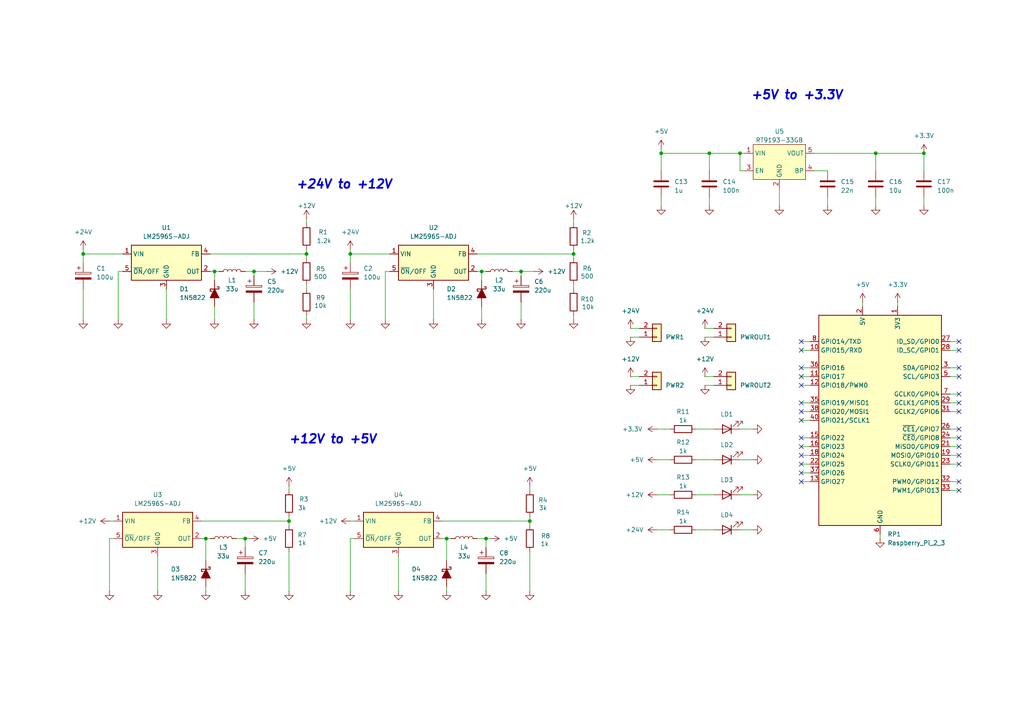
<source format=kicad_sch>
(kicad_sch (version 20250114) (generator "eeschema") (generator_version "9.0")
  (paper "A4")
  (lib_symbols
    (symbol "Connector:Raspberry_Pi_2_3"
      (property "Reference" "J" (at -17.78 31.75 0))
      (property "Value" "Raspberry_Pi_2_3" (at 10.16 -31.75 0))
      (symbol "Raspberry_Pi_2_3_0_1"
        (rectangle (start -17.78 30.48) (end 17.78 -30.48) (stroke (width 0.254)) (fill (type background)))
      )
      (symbol "Raspberry_Pi_2_3_1_1"
        (pin bidirectional line (at -20.32 22.86 0) (length 2.54) (name "GPIO14/TXD") (number "8"))
        (pin bidirectional line (at -20.32 20.32 0) (length 2.54) (name "GPIO15/RXD") (number "10"))
        (pin bidirectional line (at -20.32 15.24 0) (length 2.54) (name "GPIO16") (number "36"))
        (pin bidirectional line (at -20.32 12.7 0) (length 2.54) (name "GPIO17") (number "11"))
        (pin bidirectional line (at -20.32 10.16 0) (length 2.54) (name "GPIO18/PWM0") (number "12"))
        (pin bidirectional line (at -20.32 5.08 0) (length 2.54) (name "GPIO19/MISO1") (number "35"))
        (pin bidirectional line (at -20.32 2.54 0) (length 2.54) (name "GPIO20/MOSI1") (number "38"))
        (pin bidirectional line (at -20.32 0 0) (length 2.54) (name "GPIO21/SCLK1") (number "40"))
        (pin bidirectional line (at -20.32 -5.08 0) (length 2.54) (name "GPIO22") (number "15"))
        (pin bidirectional line (at -20.32 -7.62 0) (length 2.54) (name "GPIO23") (number "16"))
        (pin bidirectional line (at -20.32 -10.16 0) (length 2.54) (name "GPIO24") (number "18"))
        (pin bidirectional line (at -20.32 -12.7 0) (length 2.54) (name "GPIO25") (number "22"))
        (pin bidirectional line (at -20.32 -15.24 0) (length 2.54) (name "GPIO26") (number "37"))
        (pin bidirectional line (at -20.32 -17.78 0) (length 2.54) (name "GPIO27") (number "13"))
        (pin power_in line (at -5.08 33.02 270) (length 2.54) (name "5V") (number "2"))
        (pin passive line (at -5.08 33.02 270) (length 2.54) (hide yes) (name "5V") (number "4"))
        (pin passive line (at 0 -33.02 90) (length 2.54) (hide yes) (name "GND") (number "14"))
        (pin passive line (at 0 -33.02 90) (length 2.54) (hide yes) (name "GND") (number "20"))
        (pin passive line (at 0 -33.02 90) (length 2.54) (hide yes) (name "GND") (number "25"))
        (pin passive line (at 0 -33.02 90) (length 2.54) (hide yes) (name "GND") (number "30"))
        (pin passive line (at 0 -33.02 90) (length 2.54) (hide yes) (name "GND") (number "34"))
        (pin passive line (at 0 -33.02 90) (length 2.54) (hide yes) (name "GND") (number "39"))
        (pin power_in line (at 0 -33.02 90) (length 2.54) (name "GND") (number "6"))
        (pin passive line (at 0 -33.02 90) (length 2.54) (hide yes) (name "GND") (number "9"))
        (pin power_in line (at 5.08 33.02 270) (length 2.54) (name "3V3") (number "1"))
        (pin passive line (at 5.08 33.02 270) (length 2.54) (hide yes) (name "3V3") (number "17"))
        (pin bidirectional line (at 20.32 22.86 180) (length 2.54) (name "ID_SD/GPIO0") (number "27"))
        (pin bidirectional line (at 20.32 20.32 180) (length 2.54) (name "ID_SC/GPIO1") (number "28"))
        (pin bidirectional line (at 20.32 15.24 180) (length 2.54) (name "SDA/GPIO2") (number "3"))
        (pin bidirectional line (at 20.32 12.7 180) (length 2.54) (name "SCL/GPIO3") (number "5"))
        (pin bidirectional line (at 20.32 7.62 180) (length 2.54) (name "GCLK0/GPIO4") (number "7"))
        (pin bidirectional line (at 20.32 5.08 180) (length 2.54) (name "GCLK1/GPIO5") (number "29"))
        (pin bidirectional line (at 20.32 2.54 180) (length 2.54) (name "GCLK2/GPIO6") (number "31"))
        (pin bidirectional line (at 20.32 -2.54 180) (length 2.54) (name "~{CE1}/GPIO7") (number "26"))
        (pin bidirectional line (at 20.32 -5.08 180) (length 2.54) (name "~{CE0}/GPIO8") (number "24"))
        (pin bidirectional line (at 20.32 -7.62 180) (length 2.54) (name "MISO0/GPIO9") (number "21"))
        (pin bidirectional line (at 20.32 -10.16 180) (length 2.54) (name "MOSI0/GPIO10") (number "19"))
        (pin bidirectional line (at 20.32 -12.7 180) (length 2.54) (name "SCLK0/GPIO11") (number "23"))
        (pin bidirectional line (at 20.32 -17.78 180) (length 2.54) (name "PWM0/GPIO12") (number "32"))
        (pin bidirectional line (at 20.32 -20.32 180) (length 2.54) (name "PWM1/GPIO13") (number "33"))
      )
    )
    (symbol "Connector_Generic:Conn_01x02" (pin_names (offset 1.016) (hide yes))
      (property "Reference" "J" (at 0 2.54 0))
      (property "Value" "Conn_01x02" (at 0 -5.08 0))
      (symbol "Conn_01x02_1_1"
        (rectangle (start -1.27 1.27) (end 1.27 -3.81) (stroke (width 0.254)) (fill (type background)))
        (rectangle (start -1.27 0.127) (end 0 -0.127) (stroke (width 0.1524)))
        (rectangle (start -1.27 -2.413) (end 0 -2.667) (stroke (width 0.1524)))
        (pin passive line (at -5.08 0 0) (length 3.81) (name "Pin_1") (number "1"))
        (pin passive line (at -5.08 -2.54 0) (length 3.81) (name "Pin_2") (number "2"))
      )
    )
    (symbol "Device:C" (pin_numbers (hide yes)) (pin_names (offset 0.254))
      (property "Reference" "C" (at 0.635 2.54 0))
      (property "Value" "C" (at 0.635 -2.54 0))
      (symbol "C_0_1"
        (polyline (pts (xy -2.032 0.762) (xy 2.032 0.762)) (stroke (width 0.508)))
        (polyline (pts (xy -2.032 -0.762) (xy 2.032 -0.762)) (stroke (width 0.508)))
      )
      (symbol "C_1_1"
        (pin passive line (at 0 3.81 270) (length 2.794) (name "~") (number "1"))
        (pin passive line (at 0 -3.81 90) (length 2.794) (name "~") (number "2"))
      )
    )
    (symbol "Device:C_Polarized" (pin_numbers (hide yes)) (pin_names (offset 0.254))
      (property "Reference" "C" (at 0.635 2.54 0))
      (property "Value" "C_Polarized" (at 0.635 -2.54 0))
      (symbol "C_Polarized_0_1"
        (rectangle (start -2.286 0.508) (end 2.286 1.016))
        (polyline (pts (xy -1.778 2.286) (xy -0.762 2.286)))
        (polyline (pts (xy -1.27 2.794) (xy -1.27 1.778)))
        (rectangle (start 2.286 -0.508) (end -2.286 -1.016) (fill (type outline)))
      )
      (symbol "C_Polarized_1_1"
        (pin passive line (at 0 3.81 270) (length 2.794) (name "~") (number "1"))
        (pin passive line (at 0 -3.81 90) (length 2.794) (name "~") (number "2"))
      )
    )
    (symbol "Device:L" (pin_numbers (hide yes)) (pin_names (offset 1.016) (hide yes))
      (property "Reference" "L" (at -1.27 0 90))
      (property "Value" "L" (at 1.905 0 90))
      (symbol "L_0_1"
        (arc (start 0 2.54) (mid 0.6323 1.905) (end 0 1.27))
        (arc (start 0 1.27) (mid 0.6323 0.635) (end 0 0))
        (arc (start 0 0) (mid 0.6323 -0.635) (end 0 -1.27))
        (arc (start 0 -1.27) (mid 0.6323 -1.905) (end 0 -2.54))
      )
      (symbol "L_1_1"
        (pin passive line (at 0 3.81 270) (length 1.27) (name "1") (number "1"))
        (pin passive line (at 0 -3.81 90) (length 1.27) (name "2") (number "2"))
      )
    )
    (symbol "Device:LED" (pin_numbers (hide yes)) (pin_names (offset 1.016) (hide yes))
      (property "Reference" "D" (at 0 2.54 0))
      (property "Value" "LED" (at 0 -2.54 0))
      (symbol "LED_0_1"
        (polyline (pts (xy -3.048 -0.762) (xy -4.572 -2.286) (xy -3.81 -2.286) (xy -4.572 -2.286) (xy -4.572 -1.524)))
        (polyline (pts (xy -1.778 -0.762) (xy -3.302 -2.286) (xy -2.54 -2.286) (xy -3.302 -2.286) (xy -3.302 -1.524)))
        (polyline (pts (xy -1.27 0) (xy 1.27 0)))
        (polyline (pts (xy -1.27 -1.27) (xy -1.27 1.27)) (stroke (width 0.254)))
        (polyline (pts (xy 1.27 -1.27) (xy 1.27 1.27) (xy -1.27 0) (xy 1.27 -1.27)) (stroke (width 0.254)))
      )
      (symbol "LED_1_1"
        (pin passive line (at -3.81 0 0) (length 2.54) (name "K") (number "1"))
        (pin passive line (at 3.81 0 180) (length 2.54) (name "A") (number "2"))
      )
    )
    (symbol "Device:R" (pin_numbers (hide yes)) (pin_names (offset 0))
      (property "Reference" "R" (at 2.032 0 90))
      (property "Value" "R" (at 0 0 90))
      (symbol "R_0_1"
        (rectangle (start -1.016 -2.54) (end 1.016 2.54) (stroke (width 0.254)))
      )
      (symbol "R_1_1"
        (pin passive line (at 0 3.81 270) (length 1.27) (name "~") (number "1"))
        (pin passive line (at 0 -3.81 90) (length 1.27) (name "~") (number "2"))
      )
    )
    (symbol "PCM_Diode_Schottky_AKL:1N5822" (pin_numbers (hide yes)) (pin_names (offset 1.016) (hide yes))
      (property "Reference" "D" (at 0 5.08 0))
      (property "Value" "1N5822" (at 0 2.54 0))
      (symbol "1N5822_0_1"
        (polyline (pts (xy -1.27 0) (xy 1.27 0)))
        (polyline (pts (xy -1.27 -1.27) (xy -1.27 1.27) (xy 1.27 0) (xy -1.27 -1.27)) (stroke (width 0.254)) (fill (type outline)))
        (polyline (pts (xy 1.905 -0.762) (xy 1.905 -1.27) (xy 1.27 -1.27) (xy 1.27 1.27) (xy 0.635 1.27) (xy 0.635 0.762)) (stroke (width 0.254)))
      )
      (symbol "1N5822_0_2"
        (polyline (pts (xy -2.54 -2.54) (xy 2.54 2.54)))
        (polyline (pts (xy -0.889 -0.889) (xy -1.778 0) (xy 0.889 0.889) (xy 0 -1.778) (xy -0.889 -0.889)) (stroke (width 0.254)) (fill (type outline)))
        (polyline (pts (xy 0 1.778) (xy 1.778 0)) (stroke (width 0.254)))
        (polyline (pts (xy 0 1.778) (xy -0.381 1.397) (xy 0 1.016)) (stroke (width 0.254)))
        (polyline (pts (xy 1.778 0) (xy 2.159 0.381) (xy 1.778 0.762)) (stroke (width 0.254)))
      )
      (symbol "1N5822_1_1"
        (pin passive line (at -3.81 0 0) (length 2.54) (name "A") (number "2"))
        (pin passive line (at 3.81 0 180) (length 2.54) (name "K") (number "1"))
      )
      (symbol "1N5822_1_2"
        (pin passive line (at -2.54 -2.54 0) (length 0) (name "A") (number "2"))
        (pin passive line (at 2.54 2.54 180) (length 0) (name "K") (number "1"))
      )
    )
    (symbol "Regulator_Switching:LM2596S-ADJ"
      (property "Reference" "U" (at -10.16 6.35 0))
      (property "Value" "LM2596S-ADJ" (at 0 6.35 0))
      (symbol "LM2596S-ADJ_0_1"
        (rectangle (start -10.16 5.08) (end 10.16 -5.08) (stroke (width 0.254)) (fill (type background)))
      )
      (symbol "LM2596S-ADJ_1_1"
        (pin power_in line (at -12.7 2.54 0) (length 2.54) (name "VIN") (number "1"))
        (pin input line (at -12.7 -2.54 0) (length 2.54) (name "~{ON}/OFF") (number "5"))
        (pin power_in line (at 0 -7.62 90) (length 2.54) (name "GND") (number "3"))
        (pin input line (at 12.7 2.54 180) (length 2.54) (name "FB") (number "4"))
        (pin output line (at 12.7 -2.54 180) (length 2.54) (name "OUT") (number "2"))
      )
    )
    (symbol "myLibrary:RT9193"
      (property "Reference" "U" (at 0 8.89 0))
      (property "Value" "RT9193" (at 0 6.35 0))
      (symbol "RT9193_0_1"
        (rectangle (start -7.62 5.08) (end 7.62 -5.08) (fill (type background)))
      )
      (symbol "RT9193_1_1"
        (pin power_in line (at -10.16 2.54 0) (length 2.54) (name "VIN") (number "1"))
        (pin input line (at -10.16 -2.54 0) (length 2.54) (name "EN") (number "3"))
        (pin power_in line (at 0 -7.62 90) (length 2.54) (name "GND") (number "2"))
        (pin power_out line (at 10.16 2.54 180) (length 2.54) (name "VOUT") (number "5"))
        (pin input line (at 10.16 -2.54 180) (length 2.54) (name "BP") (number "4"))
      )
    )
    (symbol "power:+12V" (power) (pin_numbers (hide yes)) (pin_names (offset 0) (hide yes))
      (property "Value" "+12V" (at 0 3.556 0))
      (symbol "+12V_0_1"
        (polyline (pts (xy -0.762 1.27) (xy 0 2.54)))
        (polyline (pts (xy 0 2.54) (xy 0.762 1.27)))
        (polyline (pts (xy 0 0) (xy 0 2.54)))
      )
      (symbol "+12V_1_1"
        (pin power_in line (at 0 0 90) (length 0) (name "~") (number "1"))
      )
    )
    (symbol "power:+24V" (power) (pin_numbers (hide yes)) (pin_names (offset 0) (hide yes))
      (property "Value" "+24V" (at 0 3.556 0))
      (symbol "+24V_0_1"
        (polyline (pts (xy -0.762 1.27) (xy 0 2.54)))
        (polyline (pts (xy 0 2.54) (xy 0.762 1.27)))
        (polyline (pts (xy 0 0) (xy 0 2.54)))
      )
      (symbol "+24V_1_1"
        (pin power_in line (at 0 0 90) (length 0) (name "~") (number "1"))
      )
    )
    (symbol "power:+3.3V" (power) (pin_numbers (hide yes)) (pin_names (offset 0) (hide yes))
      (property "Value" "+3.3V" (at 0 3.556 0))
      (symbol "+3.3V_0_1"
        (polyline (pts (xy -0.762 1.27) (xy 0 2.54)))
        (polyline (pts (xy 0 2.54) (xy 0.762 1.27)))
        (polyline (pts (xy 0 0) (xy 0 2.54)))
      )
      (symbol "+3.3V_1_1"
        (pin power_in line (at 0 0 90) (length 0) (name "~") (number "1"))
      )
    )
    (symbol "power:+5V" (power) (pin_numbers (hide yes)) (pin_names (offset 0) (hide yes))
      (property "Value" "+5V" (at 0 3.556 0))
      (symbol "+5V_0_1"
        (polyline (pts (xy -0.762 1.27) (xy 0 2.54)))
        (polyline (pts (xy 0 2.54) (xy 0.762 1.27)))
        (polyline (pts (xy 0 0) (xy 0 2.54)))
      )
      (symbol "+5V_1_1"
        (pin power_in line (at 0 0 90) (length 0) (name "~") (number "1"))
      )
    )
    (symbol "power:GND" (power) (pin_numbers (hide yes)) (pin_names (offset 0) (hide yes))
      (property "Value" "GND" (at 0 -3.81 0))
      (symbol "GND_0_1"
        (polyline (pts (xy 0 0) (xy 0 -1.27) (xy 1.27 -1.27) (xy 0 -2.54) (xy -1.27 -1.27) (xy 0 -1.27)))
      )
      (symbol "GND_1_1"
        (pin power_in line (at 0 0 270) (length 0) (name "~") (number "1"))
      )
    )
  )
  (text "+12V to +5V" (at 96.52 127.508 0) (effects (font (size 2.5 2.5) (thickness 0.5) (bold yes) (italic yes))))
  (text "+24V to +12V" (at 99.822 53.594 0) (effects (font (size 2.5 2.5) (thickness 0.5) (bold yes) (italic yes))))
  (text "+5V to +3.3V" (at 231.14 27.686 0) (effects (font (size 2.5 2.5) (thickness 0.5) (bold yes) (italic yes))))
  (junction (at 129.54 156.21))
  (junction (at 140.97 156.21))
  (junction (at 101.6 73.66))
  (junction (at 71.12 156.21))
  (junction (at 214.63 44.45))
  (junction (at 139.7 78.74))
  (junction (at 88.9 73.66))
  (junction (at 191.77 44.45))
  (junction (at 267.97 44.45))
  (junction (at 151.13 78.74))
  (junction (at 73.66 78.74))
  (junction (at 205.74 44.45))
  (junction (at 153.67 151.13))
  (junction (at 24.13 73.66))
  (junction (at 62.23 78.74))
  (junction (at 59.69 156.21))
  (junction (at 166.37 73.66))
  (junction (at 254 44.45))
  (junction (at 83.82 151.13))
  (no_connect (at 278.13 142.24))
  (no_connect (at 278.13 116.84))
  (no_connect (at 278.13 132.08))
  (no_connect (at 232.41 109.22))
  (no_connect (at 232.41 134.62))
  (no_connect (at 232.41 121.92))
  (no_connect (at 232.41 116.84))
  (no_connect (at 278.13 127))
  (no_connect (at 278.13 109.22))
  (no_connect (at 278.13 129.54))
  (no_connect (at 232.41 99.06))
  (no_connect (at 278.13 119.38))
  (no_connect (at 278.13 99.06))
  (no_connect (at 232.41 111.76))
  (no_connect (at 232.41 132.08))
  (no_connect (at 232.41 139.7))
  (no_connect (at 278.13 124.46))
  (no_connect (at 232.41 119.38))
  (no_connect (at 232.41 129.54))
  (no_connect (at 232.41 137.16))
  (no_connect (at 278.13 114.3))
  (no_connect (at 278.13 139.7))
  (no_connect (at 232.41 106.68))
  (no_connect (at 278.13 134.62))
  (no_connect (at 278.13 101.6))
  (no_connect (at 232.41 127))
  (no_connect (at 232.41 101.6))
  (no_connect (at 278.13 106.68))
  (wire (pts (xy 254 44.45) (xy 267.97 44.45)))
  (wire (pts (xy 31.75 156.21) (xy 33.02 156.21)))
  (wire (pts (xy 34.29 78.74) (xy 34.29 92.71)))
  (wire (pts (xy 166.37 72.39) (xy 166.37 73.66)))
  (wire (pts (xy 140.97 156.21) (xy 142.24 156.21)))
  (wire (pts (xy 205.74 44.45) (xy 214.63 44.45)))
  (wire (pts (xy 214.63 133.35) (xy 218.44 133.35)))
  (wire (pts (xy 275.59 134.62) (xy 278.13 134.62)))
  (wire (pts (xy 88.9 82.55) (xy 88.9 83.82)))
  (wire (pts (xy 205.74 57.15) (xy 205.74 59.69)))
  (wire (pts (xy 139.7 81.28) (xy 139.7 78.74)))
  (wire (pts (xy 24.13 73.66) (xy 24.13 76.2)))
  (wire (pts (xy 24.13 72.39) (xy 24.13 73.66)))
  (wire (pts (xy 62.23 78.74) (xy 60.96 78.74)))
  (wire (pts (xy 113.03 73.66) (xy 101.6 73.66)))
  (wire (pts (xy 31.75 151.13) (xy 33.02 151.13)))
  (wire (pts (xy 71.12 166.37) (xy 71.12 171.45)))
  (wire (pts (xy 204.47 97.79) (xy 207.01 97.79)))
  (wire (pts (xy 232.41 129.54) (xy 234.95 129.54)))
  (wire (pts (xy 236.22 44.45) (xy 254 44.45)))
  (wire (pts (xy 232.41 106.68) (xy 234.95 106.68)))
  (wire (pts (xy 275.59 99.06) (xy 278.13 99.06)))
  (wire (pts (xy 101.6 151.13) (xy 102.87 151.13)))
  (wire (pts (xy 275.59 109.22) (xy 278.13 109.22)))
  (wire (pts (xy 115.57 161.29) (xy 115.57 171.45)))
  (wire (pts (xy 166.37 63.5) (xy 166.37 64.77)))
  (wire (pts (xy 34.29 78.74) (xy 35.56 78.74)))
  (wire (pts (xy 201.93 143.51) (xy 207.01 143.51)))
  (wire (pts (xy 139.7 78.74) (xy 140.97 78.74)))
  (wire (pts (xy 232.41 132.08) (xy 234.95 132.08)))
  (wire (pts (xy 59.69 156.21) (xy 60.96 156.21)))
  (wire (pts (xy 182.88 97.79) (xy 185.42 97.79)))
  (wire (pts (xy 73.66 87.63) (xy 73.66 92.71)))
  (wire (pts (xy 250.19 87.63) (xy 250.19 88.9)))
  (wire (pts (xy 48.26 83.82) (xy 48.26 92.71)))
  (wire (pts (xy 31.75 156.21) (xy 31.75 171.45)))
  (wire (pts (xy 214.63 49.53) (xy 215.9 49.53)))
  (wire (pts (xy 77.47 78.74) (xy 73.66 78.74)))
  (wire (pts (xy 148.59 78.74) (xy 151.13 78.74)))
  (wire (pts (xy 232.41 137.16) (xy 234.95 137.16)))
  (wire (pts (xy 214.63 153.67) (xy 218.44 153.67)))
  (wire (pts (xy 201.93 153.67) (xy 207.01 153.67)))
  (wire (pts (xy 62.23 81.28) (xy 62.23 78.74)))
  (wire (pts (xy 59.69 170.18) (xy 59.69 171.45)))
  (wire (pts (xy 59.69 156.21) (xy 58.42 156.21)))
  (wire (pts (xy 101.6 156.21) (xy 102.87 156.21)))
  (wire (pts (xy 88.9 91.44) (xy 88.9 92.71)))
  (wire (pts (xy 191.77 43.18) (xy 191.77 44.45)))
  (wire (pts (xy 190.5 124.46) (xy 194.31 124.46)))
  (wire (pts (xy 275.59 101.6) (xy 278.13 101.6)))
  (wire (pts (xy 166.37 82.55) (xy 166.37 83.82)))
  (wire (pts (xy 153.67 151.13) (xy 153.67 152.4)))
  (wire (pts (xy 275.59 129.54) (xy 278.13 129.54)))
  (wire (pts (xy 125.73 83.82) (xy 125.73 92.71)))
  (wire (pts (xy 140.97 158.75) (xy 140.97 156.21)))
  (wire (pts (xy 214.63 44.45) (xy 215.9 44.45)))
  (wire (pts (xy 232.41 101.6) (xy 234.95 101.6)))
  (wire (pts (xy 275.59 127) (xy 278.13 127)))
  (wire (pts (xy 267.97 44.45) (xy 267.97 49.53)))
  (wire (pts (xy 140.97 166.37) (xy 140.97 171.45)))
  (wire (pts (xy 232.41 139.7) (xy 234.95 139.7)))
  (wire (pts (xy 205.74 44.45) (xy 205.74 49.53)))
  (wire (pts (xy 275.59 139.7) (xy 278.13 139.7)))
  (wire (pts (xy 151.13 80.01) (xy 151.13 78.74)))
  (wire (pts (xy 254 49.53) (xy 254 44.45)))
  (wire (pts (xy 275.59 106.68) (xy 278.13 106.68)))
  (wire (pts (xy 68.58 156.21) (xy 71.12 156.21)))
  (wire (pts (xy 62.23 78.74) (xy 63.5 78.74)))
  (wire (pts (xy 139.7 78.74) (xy 138.43 78.74)))
  (wire (pts (xy 182.88 95.25) (xy 185.42 95.25)))
  (wire (pts (xy 129.54 170.18) (xy 129.54 171.45)))
  (wire (pts (xy 275.59 132.08) (xy 278.13 132.08)))
  (wire (pts (xy 153.67 160.02) (xy 153.67 171.45)))
  (wire (pts (xy 232.41 111.76) (xy 234.95 111.76)))
  (wire (pts (xy 111.76 78.74) (xy 111.76 92.71)))
  (wire (pts (xy 83.82 151.13) (xy 83.82 152.4)))
  (wire (pts (xy 73.66 80.01) (xy 73.66 78.74)))
  (wire (pts (xy 232.41 121.92) (xy 234.95 121.92)))
  (wire (pts (xy 88.9 73.66) (xy 88.9 74.93)))
  (wire (pts (xy 111.76 78.74) (xy 113.03 78.74)))
  (wire (pts (xy 182.88 109.22) (xy 185.42 109.22)))
  (wire (pts (xy 59.69 162.56) (xy 59.69 156.21)))
  (wire (pts (xy 151.13 78.74) (xy 154.94 78.74)))
  (wire (pts (xy 191.77 44.45) (xy 205.74 44.45)))
  (wire (pts (xy 214.63 143.51) (xy 218.44 143.51)))
  (wire (pts (xy 60.96 73.66) (xy 88.9 73.66)))
  (wire (pts (xy 275.59 124.46) (xy 278.13 124.46)))
  (wire (pts (xy 240.03 49.53) (xy 236.22 49.53)))
  (wire (pts (xy 190.5 153.67) (xy 194.31 153.67)))
  (wire (pts (xy 71.12 78.74) (xy 73.66 78.74)))
  (wire (pts (xy 232.41 127) (xy 234.95 127)))
  (wire (pts (xy 101.6 73.66) (xy 101.6 76.2)))
  (wire (pts (xy 275.59 116.84) (xy 278.13 116.84)))
  (wire (pts (xy 204.47 111.76) (xy 207.01 111.76)))
  (wire (pts (xy 226.06 54.61) (xy 226.06 59.69)))
  (wire (pts (xy 129.54 162.56) (xy 129.54 156.21)))
  (wire (pts (xy 138.43 73.66) (xy 166.37 73.66)))
  (wire (pts (xy 128.27 151.13) (xy 153.67 151.13)))
  (wire (pts (xy 232.41 99.06) (xy 234.95 99.06)))
  (wire (pts (xy 240.03 57.15) (xy 240.03 59.69)))
  (wire (pts (xy 88.9 63.5) (xy 88.9 64.77)))
  (wire (pts (xy 83.82 149.86) (xy 83.82 151.13)))
  (wire (pts (xy 153.67 140.97) (xy 153.67 142.24)))
  (wire (pts (xy 129.54 156.21) (xy 130.81 156.21)))
  (wire (pts (xy 153.67 149.86) (xy 153.67 151.13)))
  (wire (pts (xy 101.6 156.21) (xy 101.6 171.45)))
  (wire (pts (xy 267.97 57.15) (xy 267.97 59.69)))
  (wire (pts (xy 166.37 73.66) (xy 166.37 74.93)))
  (wire (pts (xy 139.7 88.9) (xy 139.7 92.71)))
  (wire (pts (xy 232.41 134.62) (xy 234.95 134.62)))
  (wire (pts (xy 214.63 124.46) (xy 218.44 124.46)))
  (wire (pts (xy 255.27 154.94) (xy 255.27 156.21)))
  (wire (pts (xy 24.13 83.82) (xy 24.13 92.71)))
  (wire (pts (xy 201.93 124.46) (xy 207.01 124.46)))
  (wire (pts (xy 138.43 156.21) (xy 140.97 156.21)))
  (wire (pts (xy 182.88 111.76) (xy 185.42 111.76)))
  (wire (pts (xy 275.59 114.3) (xy 278.13 114.3)))
  (wire (pts (xy 45.72 161.29) (xy 45.72 171.45)))
  (wire (pts (xy 71.12 158.75) (xy 71.12 156.21)))
  (wire (pts (xy 275.59 142.24) (xy 278.13 142.24)))
  (wire (pts (xy 62.23 88.9) (xy 62.23 92.71)))
  (wire (pts (xy 232.41 116.84) (xy 234.95 116.84)))
  (wire (pts (xy 83.82 140.97) (xy 83.82 142.24)))
  (wire (pts (xy 232.41 119.38) (xy 234.95 119.38)))
  (wire (pts (xy 232.41 109.22) (xy 234.95 109.22)))
  (wire (pts (xy 204.47 95.25) (xy 207.01 95.25)))
  (wire (pts (xy 254 57.15) (xy 254 59.69)))
  (wire (pts (xy 204.47 109.22) (xy 207.01 109.22)))
  (wire (pts (xy 101.6 83.82) (xy 101.6 92.71)))
  (wire (pts (xy 71.12 156.21) (xy 72.39 156.21)))
  (wire (pts (xy 35.56 73.66) (xy 24.13 73.66)))
  (wire (pts (xy 83.82 160.02) (xy 83.82 171.45)))
  (wire (pts (xy 151.13 87.63) (xy 151.13 92.71)))
  (wire (pts (xy 88.9 72.39) (xy 88.9 73.66)))
  (wire (pts (xy 275.59 119.38) (xy 278.13 119.38)))
  (wire (pts (xy 166.37 91.44) (xy 166.37 92.71)))
  (wire (pts (xy 101.6 72.39) (xy 101.6 73.66)))
  (wire (pts (xy 191.77 44.45) (xy 191.77 49.53)))
  (wire (pts (xy 129.54 156.21) (xy 128.27 156.21)))
  (wire (pts (xy 190.5 143.51) (xy 194.31 143.51)))
  (wire (pts (xy 201.93 133.35) (xy 207.01 133.35)))
  (wire (pts (xy 214.63 44.45) (xy 214.63 49.53)))
  (wire (pts (xy 190.5 133.35) (xy 194.31 133.35)))
  (wire (pts (xy 260.35 87.63) (xy 260.35 88.9)))
  (wire (pts (xy 191.77 57.15) (xy 191.77 59.69)))
  (wire (pts (xy 58.42 151.13) (xy 83.82 151.13)))
  (symbol (lib_id "power:+12V") (at 101.6 151.13 90) (unit 1)
    (property "Reference" "#PWR07" (effects (hide yes)))
    (property "Value" "+12V" (at 97.79 151.1299 90) (effects (justify left)))
    (property "Description" "Power symbol creates a global label with name \"+12V\"" (effects (hide yes)))
  )
  (symbol (lib_id "PCM_Diode_Schottky_AKL:1N5822") (at 139.7 85.09 90) (unit 1)
    (property "Reference" "D2" (at 129.54 83.82 90) (effects (justify right)))
    (property "Value" "1N5822" (at 129.54 86.36 90) (effects (justify right)))
    (property "Footprint" "PCM_4ms_Diode:D_DO-214AC_SMA" (effects (hide yes)))
    (property "Datasheet" "https://www.tme.eu/Document/0e3ba29986d8cf49f92da19e697f30fa/1n5820-22.pdf" (effects (hide yes)))
    (property "Description" "DO-201AD Schottky diode, 40V, 3A, Alternate KiCAD Library" (effects (hide yes)))
  )
  (symbol (lib_id "Device:R") (at 153.67 156.21 0) (unit 1)
    (property "Reference" "R8" (at 158.242 155.448 0))
    (property "Value" "1k" (at 157.988 157.734 0))
    (property "Footprint" "Resistor_SMD:R_0805_2012Metric" (effects (hide yes)))
  )
  (symbol (lib_id "power:GND") (at 254 59.69 0) (unit 1)
    (property "Reference" "#PWR054" (effects (hide yes)))
    (property "Value" "GND" (effects (hide yes)))
    (property "Description" "Power symbol creates a global label with name \"GND\" , ground" (effects (hide yes)))
  )
  (symbol (lib_id "power:+12V") (at 31.75 151.13 90) (unit 1)
    (property "Reference" "#PWR05" (effects (hide yes)))
    (property "Value" "+12V" (at 27.94 151.1299 90) (effects (justify left)))
    (property "Description" "Power symbol creates a global label with name \"+12V\"" (effects (hide yes)))
  )
  (symbol (lib_id "power:GND") (at 140.97 171.45 0) (unit 1)
    (property "Reference" "#PWR024" (effects (hide yes)))
    (property "Value" "GND" (effects (hide yes)))
    (property "Description" "Power symbol creates a global label with name \"GND\" , ground" (effects (hide yes)))
  )
  (symbol (lib_id "Connector_Generic:Conn_01x02") (at 212.09 97.79 0) (mirror x) (unit 1)
    (property "Reference" "PWROUT1" (at 214.63 97.7901 0) (effects (justify left)))
    (property "Value" "Conn_01x02" (effects (hide yes)))
    (property "Footprint" "UniversalElements:KLS2-EDR-5.08-02P-4" (effects (hide yes)))
    (property "Description" "Generic connector, single row, 01x02, script generated (kicad-library-utils/schlib/autogen/connector/)" (effects (hide yes)))
  )
  (symbol (lib_id "power:GND") (at 191.77 59.69 0) (unit 1)
    (property "Reference" "#PWR042" (effects (hide yes)))
    (property "Value" "GND" (effects (hide yes)))
    (property "Description" "Power symbol creates a global label with name \"GND\" , ground" (effects (hide yes)))
  )
  (symbol (lib_id "Device:LED") (at 210.82 143.51 180) (unit 1)
    (property "Reference" "LD3" (at 210.82 139.192 0))
    (property "Footprint" "LED_SMD:LED_0805_2012Metric" (effects (hide yes)))
  )
  (symbol (lib_id "power:+5V") (at 191.77 43.18 0) (unit 1)
    (property "Reference" "#PWR041" (effects (hide yes)))
    (property "Value" "+5V" (at 191.77 38.1 0))
    (property "Description" "Power symbol creates a global label with name \"+5V\"" (effects (hide yes)))
  )
  (symbol (lib_id "Device:C_Polarized") (at 101.6 80.01 0) (unit 1)
    (property "Reference" "C2" (at 105.41 77.8509 0) (effects (justify left)))
    (property "Value" "100u" (at 105.41 80.3909 0) (effects (justify left)))
    (property "Footprint" "Capacitor_SMD:CP_Elec_6.3x7.7" (effects (hide yes)))
    (property "Description" "Polarized capacitor" (effects (hide yes)))
  )
  (symbol (lib_id "Regulator_Switching:LM2596S-ADJ") (at 125.73 76.2 0) (unit 1)
    (property "Reference" "U2" (at 125.73 66.04 0))
    (property "Value" "LM2596S-ADJ" (at 125.73 68.58 0))
    (property "Footprint" "PCM_Package_TO_SOT_SMD_AKL:TO-263-5_TabPin3_ThermalVias" (effects (hide yes)))
    (property "Datasheet" "http://www.ti.com/lit/ds/symlink/lm2596.pdf" (effects (hide yes)))
    (property "Description" "Adjustable 3A Step-Down Voltage Regulator, TO-263" (effects (hide yes)))
  )
  (symbol (lib_id "myLibrary:RT9193") (at 226.06 46.99 0) (unit 1)
    (property "Reference" "U5" (at 226.06 38.1 0))
    (property "Value" "RT9193-33GB" (at 226.06 40.64 0))
    (property "Footprint" "Package_TO_SOT_SMD:SOT-23-5" (effects (hide yes)))
    (property "Datasheet" "https://static.chipdip.ru/lib/728/DOC012728815.pdf" (effects (hide yes)))
  )
  (symbol (lib_id "power:+12V") (at 182.88 109.22 0) (unit 1)
    (property "Reference" "#PWR045" (effects (hide yes)))
    (property "Value" "+12V" (at 182.88 104.14 0))
    (property "Description" "Power symbol creates a global label with name \"+12V\"" (effects (hide yes)))
  )
  (symbol (lib_id "PCM_Diode_Schottky_AKL:1N5822") (at 62.23 85.09 90) (unit 1)
    (property "Reference" "D1" (at 52.07 83.82 90) (effects (justify right)))
    (property "Value" "1N5822" (at 52.07 86.36 90) (effects (justify right)))
    (property "Footprint" "PCM_4ms_Diode:D_DO-214AC_SMA" (effects (hide yes)))
    (property "Datasheet" "https://www.tme.eu/Document/0e3ba29986d8cf49f92da19e697f30fa/1n5820-22.pdf" (effects (hide yes)))
    (property "Description" "DO-201AD Schottky diode, 40V, 3A, Alternate KiCAD Library" (effects (hide yes)))
  )
  (symbol (lib_id "power:+12V") (at 77.47 78.74 270) (unit 1)
    (property "Reference" "#PWR033" (effects (hide yes)))
    (property "Value" "+12V" (at 81.28 78.7399 90) (effects (justify left)))
    (property "Description" "Power symbol creates a global label with name \"+12V\"" (effects (hide yes)))
  )
  (symbol (lib_id "power:GND") (at 151.13 92.71 0) (unit 1)
    (property "Reference" "#PWR022" (effects (hide yes)))
    (property "Value" "GND" (effects (hide yes)))
    (property "Description" "Power symbol creates a global label with name \"GND\" , ground" (effects (hide yes)))
  )
  (symbol (lib_id "power:+24V") (at 190.5 153.67 90) (unit 1)
    (property "Reference" "#PWR040" (effects (hide yes)))
    (property "Value" "+24V" (at 186.69 153.6699 90) (effects (justify left)))
    (property "Description" "Power symbol creates a global label with name \"+24V\"" (effects (hide yes)))
  )
  (symbol (lib_id "power:GND") (at 83.82 171.45 0) (unit 1)
    (property "Reference" "#PWR025" (effects (hide yes)))
    (property "Value" "GND" (effects (hide yes)))
    (property "Description" "Power symbol creates a global label with name \"GND\" , ground" (effects (hide yes)))
  )
  (symbol (lib_id "Connector_Generic:Conn_01x02") (at 190.5 111.76 0) (mirror x) (unit 1)
    (property "Reference" "PWR2" (at 193.04 111.7601 0) (effects (justify left)))
    (property "Value" "Conn_01x02" (effects (hide yes)))
    (property "Footprint" "UniversalElements:KLS2-EDR-5.08-02P-4" (effects (hide yes)))
    (property "Description" "Generic connector, single row, 01x02, script generated (kicad-library-utils/schlib/autogen/connector/)" (effects (hide yes)))
  )
  (symbol (lib_id "Connector:Raspberry_Pi_2_3") (at 255.27 121.92 0) (unit 1)
    (property "Reference" "RP1" (at 257.4133 154.94 0) (effects (justify left)))
    (property "Value" "Raspberry_Pi_2_3" (at 257.4133 157.48 0) (effects (justify left)))
    (property "Footprint" "Library:RPS" (effects (hide yes)))
    (property "Datasheet" "https://www.raspberrypi.org/documentation/hardware/raspberrypi/schematics/rpi_SCH_3bplus_1p0_reduced.pdf" (effects (hide yes)))
    (property "Description" "expansion header for Raspberry Pi 2 & 3" (effects (hide yes)))
  )
  (symbol (lib_id "Connector_Generic:Conn_01x02") (at 212.09 111.76 0) (mirror x) (unit 1)
    (property "Reference" "PWROUT2" (at 214.63 111.7601 0) (effects (justify left)))
    (property "Value" "Conn_01x02" (effects (hide yes)))
    (property "Footprint" "UniversalElements:KLS2-EDR-5.08-02P-4" (effects (hide yes)))
    (property "Description" "Generic connector, single row, 01x02, script generated (kicad-library-utils/schlib/autogen/connector/)" (effects (hide yes)))
  )
  (symbol (lib_id "Device:LED") (at 210.82 153.67 180) (unit 1)
    (property "Reference" "LD4" (at 210.82 149.352 0))
    (property "Footprint" "LED_SMD:LED_0805_2012Metric" (effects (hide yes)))
  )
  (symbol (lib_id "Device:L") (at 64.77 156.21 90) (unit 1)
    (property "Reference" "L3" (at 64.77 158.75 90))
    (property "Value" "33u" (at 64.77 161.29 90))
    (property "Footprint" "Inductor_SMD:L_APV_APH0650" (effects (hide yes)))
    (property "Description" "Inductor" (effects (hide yes)))
  )
  (symbol (lib_id "power:GND") (at 153.67 171.45 0) (unit 1)
    (property "Reference" "#PWR026" (effects (hide yes)))
    (property "Value" "GND" (effects (hide yes)))
    (property "Description" "Power symbol creates a global label with name \"GND\" , ground" (effects (hide yes)))
  )
  (symbol (lib_id "Device:C_Polarized") (at 24.13 80.01 0) (unit 1)
    (property "Reference" "C1" (at 27.94 77.8509 0) (effects (justify left)))
    (property "Value" "100u" (at 27.94 80.3909 0) (effects (justify left)))
    (property "Footprint" "Capacitor_SMD:CP_Elec_6.3x7.7" (effects (hide yes)))
    (property "Description" "Polarized capacitor" (effects (hide yes)))
  )
  (symbol (lib_id "power:+5V") (at 83.82 140.97 0) (unit 1)
    (property "Reference" "#PWR030" (effects (hide yes)))
    (property "Value" "+5V" (at 83.82 135.89 0))
    (property "Description" "Power symbol creates a global label with name \"+5V\"" (effects (hide yes)))
  )
  (symbol (lib_id "Device:L") (at 134.62 156.21 90) (unit 1)
    (property "Reference" "L4" (at 134.62 158.75 90))
    (property "Value" "33u" (at 134.62 161.29 90))
    (property "Footprint" "Inductor_SMD:L_APV_APH0650" (effects (hide yes)))
    (property "Description" "Inductor" (effects (hide yes)))
  )
  (symbol (lib_id "power:GND") (at 24.13 92.71 0) (unit 1)
    (property "Reference" "#PWR02" (effects (hide yes)))
    (property "Value" "GND" (effects (hide yes)))
    (property "Description" "Power symbol creates a global label with name \"GND\" , ground" (effects (hide yes)))
  )
  (symbol (lib_id "Device:C_Polarized") (at 73.66 83.82 0) (unit 1)
    (property "Reference" "C5" (at 77.47 81.6609 0) (effects (justify left)))
    (property "Value" "220u" (at 77.47 84.2009 0) (effects (justify left)))
    (property "Footprint" "Capacitor_SMD:CP_Elec_6.3x7.7" (effects (hide yes)))
    (property "Description" "Polarized capacitor" (effects (hide yes)))
  )
  (symbol (lib_id "power:GND") (at 204.47 97.79 0) (unit 1)
    (property "Reference" "#PWR061" (effects (hide yes)))
    (property "Value" "GND" (effects (hide yes)))
    (property "Description" "Power symbol creates a global label with name \"GND\" , ground" (effects (hide yes)))
  )
  (symbol (lib_id "power:GND") (at 101.6 92.71 0) (unit 1)
    (property "Reference" "#PWR04" (effects (hide yes)))
    (property "Value" "GND" (effects (hide yes)))
    (property "Description" "Power symbol creates a global label with name \"GND\" , ground" (effects (hide yes)))
  )
  (symbol (lib_id "power:+12V") (at 166.37 63.5 0) (unit 1)
    (property "Reference" "#PWR036" (effects (hide yes)))
    (property "Value" "+12V" (at 166.37 59.69 0))
    (property "Description" "Power symbol creates a global label with name \"+12V\"" (effects (hide yes)))
  )
  (symbol (lib_id "Device:R") (at 198.12 133.35 90) (unit 1)
    (property "Reference" "R12" (at 198.12 128.27 90))
    (property "Value" "1k" (at 198.12 130.81 90))
    (property "Footprint" "Resistor_SMD:R_0805_2012Metric" (effects (hide yes)))
  )
  (symbol (lib_id "power:GND") (at 182.88 111.76 0) (unit 1)
    (property "Reference" "#PWR046" (effects (hide yes)))
    (property "Value" "GND" (effects (hide yes)))
    (property "Description" "Power symbol creates a global label with name \"GND\" , ground" (effects (hide yes)))
  )
  (symbol (lib_id "power:GND") (at 205.74 59.69 0) (unit 1)
    (property "Reference" "#PWR047" (effects (hide yes)))
    (property "Value" "GND" (effects (hide yes)))
    (property "Description" "Power symbol creates a global label with name \"GND\" , ground" (effects (hide yes)))
  )
  (symbol (lib_id "power:GND") (at 125.73 92.71 0) (unit 1)
    (property "Reference" "#PWR014" (effects (hide yes)))
    (property "Value" "GND" (effects (hide yes)))
    (property "Description" "Power symbol creates a global label with name \"GND\" , ground" (effects (hide yes)))
  )
  (symbol (lib_id "power:+24V") (at 204.47 95.25 0) (unit 1)
    (property "Reference" "#PWR060" (effects (hide yes)))
    (property "Value" "+24V" (at 204.47 90.17 0))
    (property "Description" "Power symbol creates a global label with name \"+24V\"" (effects (hide yes)))
  )
  (symbol (lib_id "power:+3.3V") (at 190.5 124.46 90) (unit 1)
    (property "Reference" "#PWR037" (effects (hide yes)))
    (property "Value" "+3.3V" (at 183.388 124.46 90))
    (property "Description" "Power symbol creates a global label with name \"+3.3V\"" (effects (hide yes)))
  )
  (symbol (lib_id "power:GND") (at 88.9 92.71 0) (unit 1)
    (property "Reference" "#PWR031" (effects (hide yes)))
    (property "Value" "GND" (effects (hide yes)))
    (property "Description" "Power symbol creates a global label with name \"GND\" , ground" (effects (hide yes)))
  )
  (symbol (lib_id "power:GND") (at 59.69 171.45 0) (unit 1)
    (property "Reference" "#PWR019" (effects (hide yes)))
    (property "Value" "GND" (effects (hide yes)))
    (property "Description" "Power symbol creates a global label with name \"GND\" , ground" (effects (hide yes)))
  )
  (symbol (lib_id "power:GND") (at 226.06 59.69 0) (unit 1)
    (property "Reference" "#PWR052" (effects (hide yes)))
    (property "Value" "GND" (effects (hide yes)))
    (property "Description" "Power symbol creates a global label with name \"GND\" , ground" (effects (hide yes)))
  )
  (symbol (lib_id "power:GND") (at 101.6 171.45 0) (unit 1)
    (property "Reference" "#PWR012" (effects (hide yes)))
    (property "Value" "GND" (effects (hide yes)))
    (property "Description" "Power symbol creates a global label with name \"GND\" , ground" (effects (hide yes)))
  )
  (symbol (lib_id "Device:C_Polarized") (at 71.12 162.56 0) (unit 1)
    (property "Reference" "C7" (at 74.93 160.4009 0) (effects (justify left)))
    (property "Value" "220u" (at 74.93 162.9409 0) (effects (justify left)))
    (property "Footprint" "Capacitor_SMD:CP_Elec_6.3x7.7" (effects (hide yes)))
    (property "Description" "Polarized capacitor" (effects (hide yes)))
  )
  (symbol (lib_id "power:GND") (at 218.44 153.67 90) (unit 1)
    (property "Reference" "#PWR051" (effects (hide yes)))
    (property "Value" "GND" (effects (hide yes)))
    (property "Description" "Power symbol creates a global label with name \"GND\" , ground" (effects (hide yes)))
  )
  (symbol (lib_id "Device:LED") (at 210.82 124.46 180) (unit 1)
    (property "Reference" "LD1" (at 210.82 120.142 0))
    (property "Footprint" "LED_SMD:LED_0805_2012Metric" (effects (hide yes)))
  )
  (symbol (lib_id "power:GND") (at 115.57 171.45 0) (unit 1)
    (property "Reference" "#PWR016" (effects (hide yes)))
    (property "Value" "GND" (effects (hide yes)))
    (property "Description" "Power symbol creates a global label with name \"GND\" , ground" (effects (hide yes)))
  )
  (symbol (lib_id "Connector_Generic:Conn_01x02") (at 190.5 97.79 0) (mirror x) (unit 1)
    (property "Reference" "PWR1" (at 193.04 97.7901 0) (effects (justify left)))
    (property "Value" "Conn_01x02" (effects (hide yes)))
    (property "Footprint" "UniversalElements:KLS2-EDR-5.08-02P-4" (effects (hide yes)))
    (property "Description" "Generic connector, single row, 01x02, script generated (kicad-library-utils/schlib/autogen/connector/)" (effects (hide yes)))
  )
  (symbol (lib_id "PCM_Diode_Schottky_AKL:1N5822") (at 59.69 166.37 90) (unit 1)
    (property "Reference" "D3" (at 49.53 165.1 90) (effects (justify right)))
    (property "Value" "1N5822" (at 49.53 167.64 90) (effects (justify right)))
    (property "Footprint" "PCM_4ms_Diode:D_DO-214AC_SMA" (effects (hide yes)))
    (property "Datasheet" "https://www.tme.eu/Document/0e3ba29986d8cf49f92da19e697f30fa/1n5820-22.pdf" (effects (hide yes)))
    (property "Description" "DO-201AD Schottky diode, 40V, 3A, Alternate KiCAD Library" (effects (hide yes)))
  )
  (symbol (lib_id "Device:R") (at 83.82 156.21 0) (unit 1)
    (property "Reference" "R7" (at 87.63 155.194 0))
    (property "Value" "1k" (at 87.63 157.48 0))
    (property "Footprint" "Resistor_SMD:R_0805_2012Metric" (effects (hide yes)))
  )
  (symbol (lib_id "Device:R") (at 198.12 153.67 90) (unit 1)
    (property "Reference" "R14" (at 198.12 148.59 90))
    (property "Value" "1k" (at 198.12 151.13 90))
    (property "Footprint" "Resistor_SMD:R_0805_2012Metric" (effects (hide yes)))
  )
  (symbol (lib_id "power:+12V") (at 88.9 63.5 0) (unit 1)
    (property "Reference" "#PWR034" (effects (hide yes)))
    (property "Value" "+12V" (at 88.9 59.69 0))
    (property "Description" "Power symbol creates a global label with name \"+12V\"" (effects (hide yes)))
  )
  (symbol (lib_id "power:GND") (at 71.12 171.45 0) (unit 1)
    (property "Reference" "#PWR023" (effects (hide yes)))
    (property "Value" "GND" (effects (hide yes)))
    (property "Description" "Power symbol creates a global label with name \"GND\" , ground" (effects (hide yes)))
  )
  (symbol (lib_id "power:+12V") (at 204.47 109.22 0) (unit 1)
    (property "Reference" "#PWR062" (effects (hide yes)))
    (property "Value" "+12V" (at 204.47 104.14 0))
    (property "Description" "Power symbol creates a global label with name \"+12V\"" (effects (hide yes)))
  )
  (symbol (lib_id "power:GND") (at 204.47 111.76 0) (unit 1)
    (property "Reference" "#PWR063" (effects (hide yes)))
    (property "Value" "GND" (effects (hide yes)))
    (property "Description" "Power symbol creates a global label with name \"GND\" , ground" (effects (hide yes)))
  )
  (symbol (lib_id "power:+3.3V") (at 260.35 87.63 0) (unit 1)
    (property "Reference" "#PWR059" (effects (hide yes)))
    (property "Value" "+3.3V" (at 260.35 82.55 0))
    (property "Description" "Power symbol creates a global label with name \"+3.3V\"" (effects (hide yes)))
  )
  (symbol (lib_id "power:GND") (at 255.27 156.21 0) (unit 1)
    (property "Reference" "#PWR058" (effects (hide yes)))
    (property "Value" "GND" (effects (hide yes)))
    (property "Description" "Power symbol creates a global label with name \"GND\" , ground" (effects (hide yes)))
  )
  (symbol (lib_id "Device:R") (at 88.9 68.58 0) (unit 1)
    (property "Reference" "R1" (at 93.726 67.31 0))
    (property "Value" "1.2k" (at 93.98 69.85 0))
    (property "Footprint" "Resistor_SMD:R_0805_2012Metric" (effects (hide yes)))
  )
  (symbol (lib_id "power:+5V") (at 72.39 156.21 270) (unit 1)
    (property "Reference" "#PWR064" (effects (hide yes)))
    (property "Value" "+5V" (at 76.2 156.2099 90) (effects (justify left)))
    (property "Description" "Power symbol creates a global label with name \"+5V\"" (effects (hide yes)))
  )
  (symbol (lib_id "Regulator_Switching:LM2596S-ADJ") (at 45.72 153.67 0) (unit 1)
    (property "Reference" "U3" (at 45.72 143.51 0))
    (property "Value" "LM2596S-ADJ" (at 45.72 146.05 0))
    (property "Footprint" "PCM_Package_TO_SOT_SMD_AKL:TO-263-5_TabPin3_ThermalVias" (effects (hide yes)))
    (property "Datasheet" "http://www.ti.com/lit/ds/symlink/lm2596.pdf" (effects (hide yes)))
    (property "Description" "Adjustable 3A Step-Down Voltage Regulator, TO-263" (effects (hide yes)))
  )
  (symbol (lib_id "power:+12V") (at 190.5 143.51 90) (unit 1)
    (property "Reference" "#PWR039" (effects (hide yes)))
    (property "Value" "+12V" (at 186.69 143.5099 90) (effects (justify left)))
    (property "Description" "Power symbol creates a global label with name \"+12V\"" (effects (hide yes)))
  )
  (symbol (lib_id "power:GND") (at 218.44 133.35 90) (unit 1)
    (property "Reference" "#PWR049" (effects (hide yes)))
    (property "Value" "GND" (effects (hide yes)))
    (property "Description" "Power symbol creates a global label with name \"GND\" , ground" (effects (hide yes)))
  )
  (symbol (lib_id "Device:C") (at 254 53.34 180) (unit 1)
    (property "Reference" "C16" (at 257.81 52.705 0) (effects (justify right)))
    (property "Value" "10u" (at 257.81 55.245 0) (effects (justify right)))
    (property "Footprint" "Capacitor_SMD:C_0805_2012Metric" (effects (hide yes)))
  )
  (symbol (lib_id "Device:R") (at 153.67 146.05 0) (unit 1)
    (property "Reference" "R4" (at 157.48 145.034 0))
    (property "Value" "3k" (at 157.48 147.32 0))
    (property "Footprint" "Resistor_SMD:R_0805_2012Metric" (effects (hide yes)))
  )
  (symbol (lib_id "Device:R") (at 166.37 68.58 0) (unit 1)
    (property "Reference" "R2" (at 170.18 67.564 0))
    (property "Value" "1.2k" (at 170.434 69.85 0))
    (property "Footprint" "Resistor_SMD:R_0805_2012Metric" (effects (hide yes)))
  )
  (symbol (lib_id "power:GND") (at 218.44 143.51 90) (unit 1)
    (property "Reference" "#PWR050" (effects (hide yes)))
    (property "Value" "GND" (effects (hide yes)))
    (property "Description" "Power symbol creates a global label with name \"GND\" , ground" (effects (hide yes)))
  )
  (symbol (lib_id "Device:C_Polarized") (at 151.13 83.82 0) (unit 1)
    (property "Reference" "C6" (at 154.94 81.6609 0) (effects (justify left)))
    (property "Value" "220u" (at 154.94 84.2009 0) (effects (justify left)))
    (property "Footprint" "Capacitor_SMD:CP_Elec_6.3x7.7" (effects (hide yes)))
    (property "Description" "Polarized capacitor" (effects (hide yes)))
  )
  (symbol (lib_id "Device:R") (at 88.9 78.74 0) (unit 1)
    (property "Reference" "R5" (at 92.964 77.978 0))
    (property "Value" "500" (at 92.964 80.264 0))
    (property "Footprint" "Resistor_SMD:R_0805_2012Metric" (effects (hide yes)))
  )
  (symbol (lib_id "Device:C_Polarized") (at 140.97 162.56 0) (unit 1)
    (property "Reference" "C8" (at 144.78 160.4009 0) (effects (justify left)))
    (property "Value" "220u" (at 144.78 162.9409 0) (effects (justify left)))
    (property "Footprint" "Capacitor_SMD:CP_Elec_6.3x7.7" (effects (hide yes)))
    (property "Description" "Polarized capacitor" (effects (hide yes)))
  )
  (symbol (lib_id "power:GND") (at 166.37 92.71 0) (unit 1)
    (property "Reference" "#PWR032" (effects (hide yes)))
    (property "Value" "GND" (effects (hide yes)))
    (property "Description" "Power symbol creates a global label with name \"GND\" , ground" (effects (hide yes)))
  )
  (symbol (lib_id "power:GND") (at 34.29 92.71 0) (unit 1)
    (property "Reference" "#PWR09" (effects (hide yes)))
    (property "Value" "GND" (effects (hide yes)))
    (property "Description" "Power symbol creates a global label with name \"GND\" , ground" (effects (hide yes)))
  )
  (symbol (lib_id "Device:R") (at 83.82 146.05 0) (unit 1)
    (property "Reference" "R3" (at 88.138 144.78 0))
    (property "Value" "3k" (at 87.63 147.32 0))
    (property "Footprint" "Resistor_SMD:R_0805_2012Metric" (effects (hide yes)))
  )
  (symbol (lib_id "power:GND") (at 218.44 124.46 90) (unit 1)
    (property "Reference" "#PWR048" (effects (hide yes)))
    (property "Value" "GND" (effects (hide yes)))
    (property "Description" "Power symbol creates a global label with name \"GND\" , ground" (effects (hide yes)))
  )
  (symbol (lib_id "power:+24V") (at 182.88 95.25 0) (unit 1)
    (property "Reference" "#PWR043" (effects (hide yes)))
    (property "Value" "+24V" (at 182.88 90.17 0))
    (property "Description" "Power symbol creates a global label with name \"+24V\"" (effects (hide yes)))
  )
  (symbol (lib_id "Device:C") (at 205.74 53.34 180) (unit 1)
    (property "Reference" "C14" (at 209.55 52.705 0) (effects (justify right)))
    (property "Value" "100n" (at 209.55 55.245 0) (effects (justify right)))
    (property "Footprint" "Capacitor_SMD:C_0805_2012Metric" (effects (hide yes)))
  )
  (symbol (lib_id "Regulator_Switching:LM2596S-ADJ") (at 48.26 76.2 0) (unit 1)
    (property "Reference" "U1" (at 48.26 66.04 0))
    (property "Value" "LM2596S-ADJ" (at 48.26 68.58 0))
    (property "Footprint" "PCM_Package_TO_SOT_SMD_AKL:TO-263-5_TabPin3_ThermalVias" (effects (hide yes)))
    (property "Datasheet" "http://www.ti.com/lit/ds/symlink/lm2596.pdf" (effects (hide yes)))
    (property "Description" "Adjustable 3A Step-Down Voltage Regulator, TO-263" (effects (hide yes)))
  )
  (symbol (lib_id "power:+5V") (at 250.19 87.63 0) (unit 1)
    (property "Reference" "#PWR057" (effects (hide yes)))
    (property "Value" "+5V" (at 250.19 82.55 0))
    (property "Description" "Power symbol creates a global label with name \"+5V\"" (effects (hide yes)))
  )
  (symbol (lib_id "power:GND") (at 240.03 59.69 0) (unit 1)
    (property "Reference" "#PWR053" (effects (hide yes)))
    (property "Value" "GND" (effects (hide yes)))
    (property "Description" "Power symbol creates a global label with name \"GND\" , ground" (effects (hide yes)))
  )
  (symbol (lib_id "Device:R") (at 166.37 78.74 0) (unit 1)
    (property "Reference" "R6" (at 170.307 77.851 0))
    (property "Value" "500" (at 170.307 80.137 0))
    (property "Footprint" "Resistor_SMD:R_0805_2012Metric" (effects (hide yes)))
  )
  (symbol (lib_id "power:+5V") (at 190.5 133.35 90) (unit 1)
    (property "Reference" "#PWR038" (effects (hide yes)))
    (property "Value" "+5V" (at 186.69 133.3499 90) (effects (justify left)))
    (property "Description" "Power symbol creates a global label with name \"+5V\"" (effects (hide yes)))
  )
  (symbol (lib_id "power:GND") (at 111.76 92.71 0) (unit 1)
    (property "Reference" "#PWR010" (effects (hide yes)))
    (property "Value" "GND" (effects (hide yes)))
    (property "Description" "Power symbol creates a global label with name \"GND\" , ground" (effects (hide yes)))
  )
  (symbol (lib_id "power:+5V") (at 153.67 140.97 0) (unit 1)
    (property "Reference" "#PWR028" (effects (hide yes)))
    (property "Value" "+5V" (at 153.67 135.89 0))
    (property "Description" "Power symbol creates a global label with name \"+5V\"" (effects (hide yes)))
  )
  (symbol (lib_id "power:+24V") (at 101.6 72.39 0) (unit 1)
    (property "Reference" "#PWR03" (effects (hide yes)))
    (property "Value" "+24V" (at 101.6 67.31 0))
    (property "Description" "Power symbol creates a global label with name \"+24V\"" (effects (hide yes)))
  )
  (symbol (lib_id "power:+24V") (at 24.13 72.39 0) (unit 1)
    (property "Reference" "#PWR01" (effects (hide yes)))
    (property "Value" "+24V" (at 24.13 67.31 0))
    (property "Description" "Power symbol creates a global label with name \"+24V\"" (effects (hide yes)))
  )
  (symbol (lib_id "power:GND") (at 48.26 92.71 0) (unit 1)
    (property "Reference" "#PWR013" (effects (hide yes)))
    (property "Value" "GND" (effects (hide yes)))
    (property "Description" "Power symbol creates a global label with name \"GND\" , ground" (effects (hide yes)))
  )
  (symbol (lib_id "Device:R") (at 198.12 143.51 90) (unit 1)
    (property "Reference" "R13" (at 198.12 138.43 90))
    (property "Value" "1k" (at 198.12 140.97 90))
    (property "Footprint" "Resistor_SMD:R_0805_2012Metric" (effects (hide yes)))
  )
  (symbol (lib_id "Regulator_Switching:LM2596S-ADJ") (at 115.57 153.67 0) (unit 1)
    (property "Reference" "U4" (at 115.57 143.51 0))
    (property "Value" "LM2596S-ADJ" (at 115.57 146.05 0))
    (property "Footprint" "PCM_Package_TO_SOT_SMD_AKL:TO-263-5_TabPin3_ThermalVias" (effects (hide yes)))
    (property "Datasheet" "http://www.ti.com/lit/ds/symlink/lm2596.pdf" (effects (hide yes)))
    (property "Description" "Adjustable 3A Step-Down Voltage Regulator, TO-263" (effects (hide yes)))
  )
  (symbol (lib_id "power:GND") (at 139.7 92.71 0) (unit 1)
    (property "Reference" "#PWR018" (effects (hide yes)))
    (property "Value" "GND" (effects (hide yes)))
    (property "Description" "Power symbol creates a global label with name \"GND\" , ground" (effects (hide yes)))
  )
  (symbol (lib_id "Device:C") (at 240.03 53.34 180) (unit 1)
    (property "Reference" "C15" (at 243.84 52.705 0) (effects (justify right)))
    (property "Value" "22n" (at 243.84 55.245 0) (effects (justify right)))
    (property "Footprint" "Capacitor_SMD:C_0805_2012Metric" (effects (hide yes)))
  )
  (symbol (lib_id "Device:R") (at 198.12 124.46 90) (unit 1)
    (property "Reference" "R11" (at 198.12 119.38 90))
    (property "Value" "1k" (at 198.12 121.92 90))
    (property "Footprint" "Resistor_SMD:R_0805_2012Metric" (effects (hide yes)))
  )
  (symbol (lib_id "power:GND") (at 73.66 92.71 0) (unit 1)
    (property "Reference" "#PWR021" (effects (hide yes)))
    (property "Value" "GND" (effects (hide yes)))
    (property "Description" "Power symbol creates a global label with name \"GND\" , ground" (effects (hide yes)))
  )
  (symbol (lib_id "Device:L") (at 144.78 78.74 90) (unit 1)
    (property "Reference" "L2" (at 144.78 81.28 90))
    (property "Value" "33u" (at 144.78 83.82 90))
    (property "Footprint" "Inductor_SMD:L_APV_APH0650" (effects (hide yes)))
    (property "Description" "Inductor" (effects (hide yes)))
  )
  (symbol (lib_id "power:GND") (at 31.75 171.45 0) (unit 1)
    (property "Reference" "#PWR011" (effects (hide yes)))
    (property "Value" "GND" (effects (hide yes)))
    (property "Description" "Power symbol creates a global label with name \"GND\" , ground" (effects (hide yes)))
  )
  (symbol (lib_id "Device:R") (at 166.37 87.63 0) (unit 1)
    (property "Reference" "R10" (at 170.307 86.741 0))
    (property "Value" "10k" (at 170.561 89.027 0))
    (property "Footprint" "Resistor_SMD:R_0805_2012Metric" (effects (hide yes)))
  )
  (symbol (lib_id "power:GND") (at 129.54 171.45 0) (unit 1)
    (property "Reference" "#PWR020" (effects (hide yes)))
    (property "Value" "GND" (effects (hide yes)))
    (property "Description" "Power symbol creates a global label with name \"GND\" , ground" (effects (hide yes)))
  )
  (symbol (lib_id "Device:LED") (at 210.82 133.35 180) (unit 1)
    (property "Reference" "LD2" (at 210.82 129.032 0))
    (property "Footprint" "LED_SMD:LED_0805_2012Metric" (effects (hide yes)))
  )
  (symbol (lib_id "Device:L") (at 67.31 78.74 90) (unit 1)
    (property "Reference" "L1" (at 67.31 81.28 90))
    (property "Value" "33u" (at 67.31 83.82 90))
    (property "Footprint" "Inductor_SMD:L_APV_APH0650" (effects (hide yes)))
    (property "Description" "Inductor" (effects (hide yes)))
  )
  (symbol (lib_id "PCM_Diode_Schottky_AKL:1N5822") (at 129.54 166.37 90) (unit 1)
    (property "Reference" "D4" (at 119.38 165.1 90) (effects (justify right)))
    (property "Value" "1N5822" (at 119.38 167.64 90) (effects (justify right)))
    (property "Footprint" "PCM_4ms_Diode:D_DO-214AC_SMA" (effects (hide yes)))
    (property "Datasheet" "https://www.tme.eu/Document/0e3ba29986d8cf49f92da19e697f30fa/1n5820-22.pdf" (effects (hide yes)))
    (property "Description" "DO-201AD Schottky diode, 40V, 3A, Alternate KiCAD Library" (effects (hide yes)))
  )
  (symbol (lib_id "power:GND") (at 267.97 59.69 0) (unit 1)
    (property "Reference" "#PWR056" (effects (hide yes)))
    (property "Value" "GND" (effects (hide yes)))
    (property "Description" "Power symbol creates a global label with name \"GND\" , ground" (effects (hide yes)))
  )
  (symbol (lib_id "power:+12V") (at 154.94 78.74 270) (unit 1)
    (property "Reference" "#PWR035" (effects (hide yes)))
    (property "Value" "+12V" (at 158.75 78.7399 90) (effects (justify left)))
    (property "Description" "Power symbol creates a global label with name \"+12V\"" (effects (hide yes)))
  )
  (symbol (lib_id "power:GND") (at 45.72 171.45 0) (unit 1)
    (property "Reference" "#PWR015" (effects (hide yes)))
    (property "Value" "GND" (effects (hide yes)))
    (property "Description" "Power symbol creates a global label with name \"GND\" , ground" (effects (hide yes)))
  )
  (symbol (lib_id "power:+3.3V") (at 267.97 44.45 0) (unit 1)
    (property "Reference" "#PWR055" (effects (hide yes)))
    (property "Value" "+3.3V" (at 267.97 39.37 0))
    (property "Description" "Power symbol creates a global label with name \"+3.3V\"" (effects (hide yes)))
  )
  (symbol (lib_id "Device:C") (at 267.97 53.34 180) (unit 1)
    (property "Reference" "C17" (at 271.78 52.705 0) (effects (justify right)))
    (property "Value" "100n" (at 271.78 55.245 0) (effects (justify right)))
    (property "Footprint" "Capacitor_SMD:C_0805_2012Metric" (effects (hide yes)))
  )
  (symbol (lib_id "Device:R") (at 88.9 87.63 180) (unit 1)
    (property "Reference" "R9" (at 92.964 86.36 0))
    (property "Value" "10k" (at 92.964 88.646 0))
    (property "Footprint" "Resistor_SMD:R_0805_2012Metric" (effects (hide yes)))
  )
  (symbol (lib_id "power:GND") (at 182.88 97.79 0) (unit 1)
    (property "Reference" "#PWR044" (effects (hide yes)))
    (property "Value" "GND" (effects (hide yes)))
    (property "Description" "Power symbol creates a global label with name \"GND\" , ground" (effects (hide yes)))
  )
  (symbol (lib_id "power:+5V") (at 142.24 156.21 270) (unit 1)
    (property "Reference" "#PWR029" (effects (hide yes)))
    (property "Value" "+5V" (at 146.05 156.2099 90) (effects (justify left)))
    (property "Description" "Power symbol creates a global label with name \"+5V\"" (effects (hide yes)))
  )
  (symbol (lib_id "power:GND") (at 62.23 92.71 0) (unit 1)
    (property "Reference" "#PWR017" (effects (hide yes)))
    (property "Value" "GND" (effects (hide yes)))
    (property "Description" "Power symbol creates a global label with name \"GND\" , ground" (effects (hide yes)))
  )
  (symbol (lib_id "Device:C") (at 191.77 53.34 180) (unit 1)
    (property "Reference" "C13" (at 195.58 52.705 0) (effects (justify right)))
    (property "Value" "1u" (at 195.58 55.245 0) (effects (justify right)))
    (property "Footprint" "Capacitor_SMD:C_0805_2012Metric" (effects (hide yes)))
  )
)
</source>
